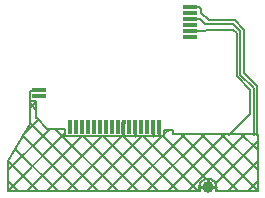
<source format=gbl>
G04 DipTrace 3.3.1.1*
G04 Bottom.gbl*
%MOMM*%
G04 #@! TF.FileFunction,Copper,L2,Bot*
G04 #@! TF.Part,Single*
G04 #@! TA.AperFunction,Conductor*
%ADD13C,0.1778*%
G04 #@! TA.AperFunction,CopperBalancing*
%ADD14C,0.2*%
%ADD15C,0.23*%
G04 #@! TA.AperFunction,ComponentPad*
%ADD17C,0.37*%
%ADD18C,1.0*%
%ADD19R,1.0X0.37*%
%ADD20R,0.37X1.0*%
G04 #@! TA.AperFunction,ViaPad*
%ADD21C,0.37*%
%FSLAX35Y35*%
G04*
G71*
G90*
G75*
G01*
G04 Bottom*
%LPD*%
X3390007Y4635000D2*
D13*
X3410000D1*
X3461250D1*
X3476623Y4619627D1*
Y4587873D1*
X3540123Y4524373D1*
X3762377D1*
X3841750Y4445000D1*
Y4079873D1*
X3952873Y3968750D1*
Y3556000D1*
X3921127D2*
Y3952873D1*
X3810000Y4064000D1*
Y4429127D1*
X3746500Y4492627D1*
X3508373D1*
X3465533Y4535467D1*
X3414000D1*
Y4535000D1*
X3390007D1*
Y4435000D2*
X3415000D1*
X3514250D1*
X3524250Y4445000D1*
X3746500D1*
X3778250Y4413250D1*
Y4048123D1*
X3889373Y3937000D1*
Y3730623D1*
X3714750Y3556000D1*
X3120003Y3615000D2*
X3119973Y3592000D1*
Y3547527D1*
X3070003Y3615000D2*
X3069973Y3591000D1*
Y3546223D1*
X2920003Y3615000D2*
X2919973Y3590000D1*
Y3541153D1*
X2820003Y3615000D2*
X2819973Y3590000D1*
Y3545903D1*
X2820000Y3590000D2*
X2819973D1*
X2920000D2*
X2919973D1*
X3070000Y3591000D2*
X3069973D1*
X3120000Y3592000D2*
X3119973D1*
X3410000Y4635000D2*
D3*
X3415000Y4435000D2*
D3*
X3390007D2*
D3*
Y4535000D2*
D3*
Y4635000D2*
D3*
X3120000Y3614997D2*
X3120003Y3615000D1*
X3070000Y3614997D2*
X3070003Y3615000D1*
X2920000Y3614997D2*
X2920003Y3615000D1*
X2820000Y3614997D2*
X2820003Y3615000D1*
X2083000Y3936000D2*
X2099000D1*
X2100000Y3935000D1*
X2043000D1*
X2028000Y3920000D1*
Y3791000D1*
X2100000Y3935000D2*
X2150000D1*
X2820003Y3615000D2*
Y3626003D1*
X2820250Y3626250D1*
Y3663750D1*
X2920003Y3615000D2*
Y3663530D1*
X2920250Y3663777D1*
X3070003Y3615000D2*
Y3663503D1*
X3070250Y3663750D1*
X3120003Y3615000D2*
Y3663503D1*
X3120250Y3663750D1*
X3390007Y4435000D2*
X3339000D1*
X3390007Y4535000D2*
X3339000D1*
X3390007Y4635000D2*
X3339000D1*
X3020000Y3591000D2*
Y3614997D1*
X3020003Y3615000D1*
Y3663503D1*
X3020250Y3663750D1*
X2970000Y3591000D2*
Y3614997D1*
X2970003Y3615000D1*
Y3663503D1*
X2970250Y3663750D1*
X2870000Y3590000D2*
Y3614997D1*
X2870003Y3615000D1*
Y3663503D1*
X2870250Y3663750D1*
X2720000Y3590000D2*
Y3614997D1*
X2720003Y3615000D1*
Y3663503D1*
X2720250Y3663750D1*
X2670000Y3591000D2*
Y3614997D1*
X2670003Y3615000D1*
Y3663530D1*
X2670250Y3663777D1*
X2620000Y3590000D2*
Y3614997D1*
X2620003Y3615000D1*
Y3663503D1*
X2620250Y3663750D1*
X2470000Y3591000D2*
Y3614997D1*
X2470003Y3615000D1*
Y3663503D1*
X2470250Y3663750D1*
X2420000Y3591000D2*
Y3614997D1*
X2420003Y3615000D1*
Y3663503D1*
X2420250Y3663750D1*
X2084000Y3885000D2*
X2100000D1*
X2150000D1*
X3415000Y4385000D2*
X3390007D1*
X3339000D1*
X3412000Y4585000D2*
X3390007D1*
X3339000D1*
X3414000Y4485000D2*
X3390007D1*
X3339000D1*
X2770000Y3591000D2*
Y3614997D1*
X2770003Y3615000D1*
Y3663503D1*
X2770250Y3663750D1*
X2520000Y3590000D2*
Y3614997D1*
X2520003Y3615000D1*
Y3663503D1*
X2520250Y3663750D1*
X2570000Y3590000D2*
Y3614997D1*
X2570003Y3615000D1*
Y3663503D1*
X2570250Y3663750D1*
X2370000Y3590000D2*
Y3614997D1*
X2370003Y3615000D1*
Y3663503D1*
X2370250Y3663750D1*
D21*
X2083000Y3936000D3*
X2084000Y3885000D3*
X2370000Y3590000D3*
X2420000Y3591000D3*
X2470000D3*
X2520000Y3590000D3*
X2570000D3*
X2620000D3*
X2670000Y3591000D3*
X2720000Y3590000D3*
X2770000Y3591000D3*
X2820000Y3590000D3*
X2870000D3*
X2920000D3*
X2970000Y3591000D3*
X3020000D3*
X3070000D3*
X3120000Y3592000D3*
X3410000Y4635000D3*
X3412000Y4585000D3*
X3414000Y4535000D3*
Y4485000D3*
X3415000Y4435000D3*
Y4385000D3*
X2081573Y3833243D2*
D14*
X2029903Y3781573D1*
X2097180Y3679143D2*
X1969857Y3551820D1*
X2185347Y3597603D2*
X1839427Y3251687D1*
X2326547Y3569100D2*
X1839413Y3081967D1*
X2467720Y3540567D2*
X2004823Y3077670D1*
X2637397Y3540537D2*
X2174530Y3077670D1*
X2807103Y3540537D2*
X2344237Y3077670D1*
X2976817Y3540547D2*
X2513923Y3077650D1*
X3202900Y3596923D2*
X3163383Y3557407D1*
X3146523Y3540547D2*
X2683627Y3077650D1*
X3337193Y3561510D2*
X2853333Y3077650D1*
X3506900Y3561510D2*
X3023040Y3077650D1*
X3676603Y3561510D2*
X3192747Y3077650D1*
X3846310Y3561510D2*
X3362450Y3077650D1*
X3954947Y3500440D2*
X3599637Y3145130D1*
X3954947Y3330737D2*
X3701863Y3077650D1*
X3954947Y3161030D2*
X3871567Y3077650D1*
X3814833Y3561503D2*
X3954947Y3421390D1*
X3645127Y3561503D2*
X3954947Y3251687D1*
X3475423Y3561503D2*
X3954947Y3081980D1*
X3305717Y3561503D2*
X3789550Y3077670D1*
X3156977Y3540537D2*
X3516013Y3181500D1*
X3606843Y3090670D2*
X3619843Y3077670D1*
X2987270Y3540537D2*
X3450137Y3077670D1*
X2817557Y3540547D2*
X3280450Y3077650D1*
X2647850Y3540547D2*
X3110747Y3077650D1*
X2478143Y3540547D2*
X2941040Y3077650D1*
X2029903Y3819080D2*
X2081573Y3767413D1*
X2251427Y3597557D2*
X2771333Y3077650D1*
X2029903Y3649377D2*
X2601627Y3077650D1*
X1966377Y3543200D2*
X2431923Y3077650D1*
X1902737Y3437133D2*
X2262217Y3077650D1*
X1839427Y3330737D2*
X2092510Y3077650D1*
X1839427Y3161030D2*
X1922807Y3077650D1*
X3607233Y3106423D2*
X3606580Y3098453D1*
X3605067Y3090603D1*
X3602710Y3082963D1*
X3599837Y3076250D1*
X3956400D1*
X3956373Y3562930D1*
X3237300Y3562927D1*
Y3598277D1*
X3161933Y3598367D1*
X3161970Y3541967D1*
X2927970D1*
X2777970Y3542007D1*
X2627970Y3541967D1*
X2477970Y3542007D1*
X2327970Y3541967D1*
Y3598880D1*
X2181467Y3599137D1*
X2178490Y3600107D1*
X2175960Y3601950D1*
X2084863Y3694717D1*
X2083463Y3697513D1*
X2083023Y3699827D1*
X2083000Y3843457D1*
X2028517Y3843467D1*
X2028377Y3651713D1*
X2027410Y3648733D1*
X1838017Y3333037D1*
X1838000Y3076250D1*
X3467650D1*
X3464440Y3083990D1*
X3462197Y3091663D1*
X3460800Y3099537D1*
X3460267Y3107517D1*
X3460603Y3115507D1*
X3461803Y3123410D1*
X3463857Y3131137D1*
X3466740Y3138597D1*
X3470413Y3145700D1*
X3474837Y3152360D1*
X3479960Y3158500D1*
X3485717Y3164047D1*
X3492043Y3168937D1*
X3498863Y3173110D1*
X3506097Y3176520D1*
X3513660Y3179120D1*
X3521457Y3180887D1*
X3529403Y3181793D1*
X3537397Y3181833D1*
X3545350Y3181003D1*
X3553167Y3179317D1*
X3560753Y3176787D1*
X3568020Y3173450D1*
X3574880Y3169343D1*
X3581253Y3164517D1*
X3587067Y3159027D1*
X3592250Y3152937D1*
X3596737Y3146320D1*
X3600480Y3139253D1*
X3603437Y3131823D1*
X3605567Y3124117D1*
X3606847Y3116223D1*
X3607260Y3108423D1*
X3607233Y3106423D1*
X3533760Y3181883D2*
D15*
Y3108423D1*
X3460300D2*
X3607220D1*
X2819970Y3615467D2*
Y3542007D1*
X2919970Y3615467D2*
Y3542007D1*
X3069970Y3615467D2*
Y3542007D1*
X3119970Y3615467D2*
Y3542007D1*
D17*
X2150000Y3935000D3*
Y3885000D3*
X2370250Y3663750D3*
X2420250D3*
X2470250D3*
X2520250D3*
X2570250D3*
X2620250D3*
X2670250Y3663777D3*
X2720250Y3663750D3*
X2770250D3*
X2820250D3*
X2870250D3*
X2920250Y3663777D3*
D18*
X3533760Y3108423D3*
D17*
X2970250Y3663750D3*
X3020250D3*
X3070250D3*
X3120250D3*
X3339000Y4385000D3*
Y4435000D3*
Y4485000D3*
Y4535000D3*
Y4585000D3*
Y4635000D3*
D19*
X2100000Y3935000D3*
Y3885000D3*
D20*
X2370003Y3615000D3*
X2420003D3*
X2470003D3*
X2520003D3*
X2570003D3*
X2620003D3*
X2670003D3*
X2720003D3*
X2770003D3*
X2820003D3*
X2870003D3*
X2920003D3*
X2970003D3*
X3020003D3*
X3070003D3*
X3120003D3*
D19*
X3390007Y4385000D3*
Y4435000D3*
Y4485000D3*
Y4535000D3*
Y4585000D3*
Y4635000D3*
M02*

</source>
